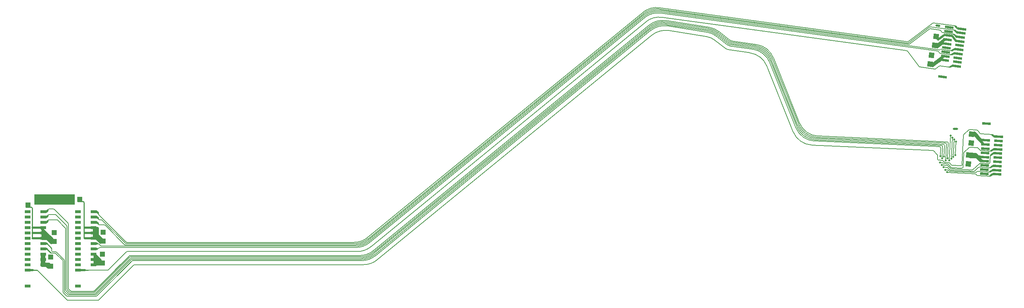
<source format=gbr>
*
G4_C Author: OrCAD GerbTool(tm) 8.1.1 Wed Jun 18 21:21:11 2003*
%LPD*%
%FSLAX34Y34*%
%MOIN*%
%AD*%
%AMD25R98*
20,1,0.025000,0.000000,-0.035000,0.000000,0.035000,98.600000*
%
%AMD10R98*
20,1,0.050000,-0.025000,0.000000,0.025000,0.000000,98.600000*
%
%AMD25R98N2*
20,1,0.025000,0.000000,-0.035000,0.000000,0.035000,98.600000*
%
%AMD10R98N2*
20,1,0.050000,-0.025000,0.000000,0.025000,0.000000,98.600000*
%
%AMD25R86*
20,1,0.025000,0.000000,-0.035000,0.000000,0.035000,86.080000*
%
%AMD10R86*
20,1,0.050000,-0.025000,0.000000,0.025000,0.000000,86.080000*
%
%AMD16R5*
20,1,0.025000,-0.035000,0.000000,0.035000,0.000000,5.450000*
%
%AMD10R5*
20,1,0.050000,-0.025000,0.000000,0.025000,0.000000,5.450000*
%
%AMD16R5N2*
20,1,0.025000,-0.035000,0.000000,0.035000,0.000000,5.450000*
%
%AMD10R5N2*
20,1,0.050000,-0.025000,0.000000,0.025000,0.000000,5.450000*
%
%AMD32R3*
20,1,0.025000,0.034920,-0.002390,-0.034920,0.002390,3.950000*
%
%AMD33R3*
20,1,0.050000,-0.001710,-0.024940,0.001710,0.024940,3.950000*
%
%AMD32R3N2*
20,1,0.025000,0.034920,-0.002390,-0.034920,0.002390,3.910000*
%
%AMD33R3N2*
20,1,0.050000,-0.001710,-0.024940,0.001710,0.024940,3.910000*
%
%AMD32R3N3*
20,1,0.025000,0.034920,-0.002390,-0.034920,0.002390,3.920000*
%
%AMD33R3N3*
20,1,0.050000,-0.001710,-0.024940,0.001710,0.024940,3.920000*
%
%AMD29R81*
20,1,0.022000,0.000000,-0.040000,0.000000,0.040000,81.800000*
%
%AMD54R81*
20,1,0.050000,-0.025000,0.000000,0.025000,0.000000,81.800000*
%
%AMD29R87*
20,1,0.022000,0.000000,-0.040000,0.000000,0.040000,87.000000*
%
%AMD54R87*
20,1,0.050000,-0.025000,0.000000,0.025000,0.000000,87.000000*
%
%AMD29R82*
20,1,0.022000,0.000000,-0.040000,0.000000,0.040000,82.200000*
%
%AMD54R82*
20,1,0.050000,-0.025000,0.000000,0.025000,0.000000,82.200000*
%
%AMD29R87N2*
20,1,0.022000,0.000000,-0.040000,0.000000,0.040000,87.400000*
%
%AMD54R87N2*
20,1,0.050000,-0.025000,0.000000,0.025000,0.000000,87.400000*
%
%ADD10R,0.050000X0.050000*%
%ADD11C,0.006000*%
%ADD12C,0.019000*%
%ADD13C,0.007900*%
%ADD14C,0.005000*%
%ADD15C,0.000800*%
%ADD16R,0.070000X0.025000*%
%ADD17R,0.068000X0.023000*%
%ADD18C,0.006000*%
%ADD19C,0.009800*%
%ADD20C,0.010000*%
%ADD21C,0.030000*%
%ADD22C,0.060000*%
%ADD23C,0.035000*%
%ADD24C,0.055000*%
%ADD25R,0.025000X0.070000*%
%ADD26C,0.010000*%
%ADD27R,0.029000X0.058000*%
%ADD28R,0.031000X0.060000*%
%ADD29R,0.022000X0.080000*%
%ADD30R,0.024000X0.082000*%
%ADD31D10R98N2*%
%ADD32D25R86*%
%ADD33D10R86*%
%ADD34D16R5*%
%ADD35D10R5*%
%ADD36D16R5N2*%
%ADD37D10R5N2*%
%ADD38D25R98N2*%
%ADD39D10R98N2*%
%ADD40D25R86*%
%ADD41D10R86*%
%ADD42D16R5*%
%ADD43D10R5*%
%ADD44D16R5N2*%
%ADD45D10R5N2*%
%ADD46D32R3*%
%ADD47D33R3*%
%ADD48R,0.070000X0.025000*%
%ADD49D33R3N2*%
%ADD50C,0.011000*%
%ADD51C,0.036000*%
%ADD52C,0.015000*%
%ADD53R,0.070000X0.025000*%
%ADD54R,0.050000X0.050000*%
%ADD55C,0.010000*%
%ADD56D29R81*%
%ADD57D54R81*%
%ADD58D29R87*%
%ADD59D54R87*%
%ADD60D29R82*%
%ADD61D54R82*%
%ADD62D29R87N2*%
%ADD63D54R87N2*%
%ADD256R,0.058000X0.029000*%
G4_C OrCAD GerbTool Tool List *
G4_D50 1 0.0110 T 0 0*
G4_D51 3 0.0360 T 0 0*
G4_D52 2 0.0150 T 0 0*
G54D10*
G1X5969Y9815D2*
G1X2650Y9815D1*
G1X2650Y10272D2*
G1X5969Y10272D1*
G54D54*
G1X6672Y10047D3*
G1X7969Y5876D2*
G54D20*
G1X8218Y5875D1*
G1X7968Y5376D2*
G1X8218Y5376D1*
G1X7743Y5376D2*
G54D11*
G1X8356Y5376D1*
G75*
G3X8426Y5404I0J100D1*
G74*
G1X9074Y7605D2*
G75*
G3X9003Y7635I-71J-71D1*
G74*
G1X11498Y4350D2*
G1X10031Y2883D1*
G1X9395Y3405D2*
G75*
G2X9326Y3376I-71J71D1*
G74*
G1X8206Y5876D2*
G1X7743Y5876D1*
G1X8637Y5965D2*
G54D12*
G1X8029Y6573D1*
G1X8635Y6179D2*
G1X8027Y6786D1*
G1X8748Y6259D2*
G1X8140Y6867D1*
G1X8029Y6432D2*
G1X8029Y7292D1*
G1X8219Y6485D2*
G1X8218Y7345D1*
G1X8376Y6485D2*
G1X8376Y7345D1*
G1X7506Y6877D2*
G1X8366Y6877D1*
G1X8952Y6100D2*
G1X8344Y6709D1*
G1X8663Y4301D2*
G1X8055Y4909D1*
G1X8699Y4110D2*
G1X8091Y4718D1*
G1X8091Y3904D2*
G1X8090Y4764D1*
G1X8594Y4027D2*
G1X8244Y4027D1*
G1X8563Y4153D2*
G1X8213Y4153D1*
G1X8551Y4340D2*
G1X8201Y4340D1*
G1X8533Y4423D2*
G1X8183Y4424D1*
G1X7466Y3377D2*
G54D20*
G1X7069Y3377D1*
G1X7168Y3377D2*
G54D12*
G1X6619Y3377D1*
G1X11116Y5997D2*
G75*
G54D11*
G2X11046Y6026I0J100D1*
G74*
G1X10974Y5906D2*
G75*
G3X11044Y5877I71J71D1*
G74*
G1X10963Y5757D2*
G75*
G2X10893Y5786I0J100D1*
G74*
G1X11098Y5108D2*
G1X9395Y3405D1*
G1X11168Y5137D2*
G75*
G3X11098Y5108I0J-100D1*
G74*
G1X11339Y4728D2*
G1X9992Y3382D1*
G1X11409Y4757D2*
G75*
G3X11339Y4728I0J-100D1*
G74*
G1X11397Y4608D2*
G75*
G2X11467Y4637I71J-71D1*
G74*
G1X11524Y4517D2*
G75*
G3X11454Y4488I0J-100D1*
G74*
G1X11516Y4368D2*
G75*
G2X11586Y4397I71J-71D1*
G74*
G1X11591Y4248D2*
G1X10182Y2837D1*
G1X11662Y4277D2*
G75*
G3X11591Y4248I0J-100D1*
G74*
G1X11787Y3868D2*
G75*
G2X11857Y3897I71J-71D1*
G74*
G1X8291Y947D2*
G1X11501Y4160D1*
G1X8221Y918D2*
G75*
G3X8291Y947I0J100D1*
G74*
G1X11516Y4368D2*
G1X8217Y1067D1*
G75*
G2X8147Y1038I-71J71D1*
G74*
G1X8154Y1187D2*
G1X11454Y4488D1*
G1X8084Y1158D2*
G75*
G3X8154Y1187I0J100D1*
G74*
G1X11397Y4608D2*
G1X8097Y1307D1*
G75*
G2X8027Y1278I-71J71D1*
G74*
G1X8039Y1427D2*
G1X11170Y4559D1*
G1X7969Y1398D2*
G75*
G3X8039Y1427I0J100D1*
G74*
G1X7785Y6375D2*
G54D12*
G1X7135Y6375D1*
G1X7783Y6876D2*
G1X7134Y6876D1*
G1X7785Y7375D2*
G1X7136Y7375D1*
G1X9326Y3376D2*
G54D11*
G1X7465Y3376D1*
G1X8486Y567D2*
G1X11787Y3868D1*
G1X8416Y538D2*
G75*
G3X8486Y567I0J100D1*
G74*
G1X8426Y5404D2*
G1X8508Y5487D1*
G75*
G2X8579Y5517I71J-70D1*
G74*
G54D256*
G1X7977Y3874D3*
G1X7978Y4375D3*
G1X7976Y4875D3*
G1X7976Y5375D3*
G1X7977Y5874D3*
G1X7977Y6374D3*
G1X7977Y6874D3*
G1X7976Y7375D3*
G1X7976Y7875D3*
G1X7976Y8376D3*
G1X7977Y8876D3*
G1X6508Y8877D3*
G1X6507Y8377D3*
G1X6506Y7876D3*
G1X6506Y7377D3*
G1X6506Y6877D3*
G1X6506Y6376D3*
G1X6507Y5876D3*
G1X6507Y5377D3*
G1X6506Y4876D3*
G1X6507Y4377D3*
G1X6506Y3877D3*
G1X6507Y3377D3*
G1X6505Y1877D3*
G1X8320Y7771D2*
G54D11*
G1X8446Y7772D1*
G1X8260Y7982D2*
G1X8390Y7875D1*
G1X8313Y7832D2*
G1X8439Y7832D1*
G1X8220Y7771D2*
G1X8345Y7771D1*
G1X8316Y7799D2*
G1X8442Y7799D1*
G1X8315Y7830D2*
G1X8445Y7724D1*
G1X8317Y7822D2*
G1X8318Y7930D1*
G1X8265Y7876D2*
G1X8390Y7875D1*
G1X8356Y7876D2*
G75*
G2X8456Y7776I0J-100D1*
G74*
G1X8456Y7721D1*
G1X8390Y7875D2*
G1X8260Y7770D1*
G1X8390Y7875D2*
G1X8266Y7876D1*
G1X8456Y7735D2*
G1X8456Y7679D1*
G1X8479Y7657D2*
G1X8280Y7818D1*
G1X8541Y7635D2*
G75*
G2X8479Y7657I0J101D1*
G74*
G1X8259Y8483D2*
G1X8388Y8376D1*
G1X8258Y8270D1*
G1X8278Y8300D2*
G1X8279Y8454D1*
G1X8316Y8322D2*
G1X8315Y8431D1*
G1X8263Y8377D2*
G1X8388Y8376D1*
G1X8245Y8271D2*
G1X8370Y8272D1*
G1X8319Y8323D2*
G1X8318Y8431D1*
G1X8266Y8377D2*
G1X8391Y8377D1*
G1X8310Y8297D2*
G1X8436Y8297D1*
G1X8262Y8483D2*
G1X8391Y8377D1*
G1X8457Y8277D2*
G1X8457Y8222D1*
G1X8316Y8322D2*
G1X8445Y8217D1*
G1X8281Y8300D2*
G1X8282Y8453D1*
G1X8357Y8376D2*
G75*
G2X8457Y8277I0J-100D1*
G74*
G1X8306Y8332D2*
G1X8431Y8332D1*
G1X8389Y8377D2*
G1X8259Y8270D1*
G1X8458Y8233D2*
G1X8458Y8178D1*
G1X8324Y8350D2*
G1X8454Y8244D1*
G1X8298Y8305D2*
G1X8488Y8151D1*
G75*
G3X8552Y8128I63J79D1*
G74*
G1X8259Y8982D2*
G1X8389Y8876D1*
G1X8259Y8770D1*
G1X8317Y8822D2*
G1X8316Y8930D1*
G1X8265Y8876D2*
G1X8389Y8876D1*
G1X8260Y8771D2*
G1X8385Y8771D1*
G1X8321Y8823D2*
G1X8320Y8931D1*
G1X8299Y8830D2*
G1X8424Y8831D1*
G1X8303Y8792D2*
G1X8427Y8792D1*
G1X8456Y8720D2*
G1X8326Y8826D1*
G1X8358Y8877D2*
G75*
G2X8458Y8777I0J-100D1*
G74*
G1X8331Y8818D2*
G1X8459Y8689D1*
G1X8392Y8877D2*
G1X8262Y8771D1*
G1X8268Y8876D2*
G1X8392Y8877D1*
G1X8393Y8877D2*
G1X8263Y8982D1*
G1X8449Y8761D2*
G1X8319Y8867D1*
G1X8460Y8724D2*
G1X8459Y8669D1*
G1X8434Y8786D2*
G1X8305Y8892D1*
G1X8269Y8876D2*
G1X8393Y8877D1*
G1X11046Y6026D2*
G1X8487Y8584D1*
G1X8458Y8655D2*
G1X8458Y8777D1*
G1X8487Y8584D2*
G75*
G2X8458Y8655I71J71D1*
G74*
G1X8276Y8803D2*
G1X8276Y8926D1*
G1X8460Y8663D2*
G1X8281Y8808D1*
G1X10974Y5906D2*
G1X8782Y8099D1*
G1X8712Y8128D2*
G1X8552Y8128D1*
G1X8782Y8099D2*
G75*
G3X8712Y8128I-71J-71D1*
G74*
G1X10893Y5786D2*
G1X9073Y7606D1*
G1X9003Y7635D2*
G1X8541Y7635D1*
G1X9073Y7606D2*
G75*
G3X9003Y7635I-71J-71D1*
G74*
G1X8173Y7919D2*
G1X8299Y7919D1*
G1X8300Y5377D2*
G54D12*
G1X7950Y5377D1*
G1X8325Y5868D2*
G1X7975Y5868D1*
G1X8428Y5864D2*
G54D11*
G1X8303Y5864D1*
G1X8498Y5835D2*
G75*
G3X8428Y5864I-70J-71D1*
G74*
G1X8670Y5666D2*
G1X8498Y5835D1*
G1X8740Y5637D2*
G75*
G2X8670Y5666I0J100D1*
G74*
G1X7823Y3902D2*
G54D12*
G1X8583Y3902D1*
G1X7732Y6348D2*
G1X8502Y6348D1*
G1X8375Y7346D2*
G1X7859Y7346D1*
G54D54*
G1X8815Y4056D3*
G1X8814Y4896D3*
G1X8892Y6120D3*
G1X8891Y6960D3*
G1X2297Y3376D2*
G54D12*
G1X1747Y3376D1*
G54D54*
G1X1800Y9509D3*
G1X1605Y9311D2*
G54D19*
G1X2116Y9311D1*
G75*
G2X2216Y9211I0J-100D1*
G74*
G1X2216Y6374D1*
G1X3097Y5876D2*
G54D20*
G1X3348Y5876D1*
G1X3097Y5376D2*
G1X3347Y5376D1*
G1X3017Y7387D2*
G54D12*
G1X4101Y6302D1*
G1X3178Y6401D2*
G1X3178Y6860D1*
G1X3185Y6749D2*
G1X3184Y7208D1*
G1X3791Y3794D2*
G1X3115Y3795D1*
G1X3803Y3979D2*
G1X3128Y3979D1*
G1X5899Y1397D2*
G75*
G54D11*
G2X5829Y1426I0J100D1*
G74*
G1X5729Y1306D2*
G75*
G3X5800Y1277I71J71D1*
G74*
G1X5703Y1157D2*
G75*
G2X5633Y1186I0J100D1*
G74*
G1X5557Y1066D2*
G75*
G3X5627Y1037I71J71D1*
G74*
G1X5528Y917D2*
G75*
G2X5458Y946I0J100D1*
G74*
G1X5144Y1260D2*
G75*
G2X5115Y1330I71J71D1*
G74*
G1X5264Y1359D2*
G75*
G2X5235Y1429I71J71D1*
G74*
G1X5384Y1435D2*
G75*
G2X5355Y1505I71J71D1*
G74*
G1X5504Y1533D2*
G75*
G2X5475Y1603I71J71D1*
G74*
G1X5629Y1626D2*
G75*
G2X5600Y1696I71J71D1*
G74*
G1X5115Y4234D2*
G1X5115Y1330D1*
G1X5086Y4304D2*
G75*
G2X5115Y4234I-71J-71D1*
G74*
G1X5235Y1429D2*
G1X5235Y4284D1*
G75*
G3X5206Y4354I-100J0D1*
G74*
G1X4477Y5084D1*
G1X4406Y5113D2*
G75*
G2X4477Y5084I0J-100D1*
G74*
G1X5355Y1505D2*
G1X5355Y7280D1*
G75*
G3X5326Y7350I-100J0D1*
G74*
G1X5475Y7501D2*
G1X5475Y1603D1*
G1X5446Y7571D2*
G75*
G2X5475Y7501I-71J-71D1*
G74*
G1X5600Y1696D2*
G1X5600Y7733D1*
G75*
G3X5571Y7803I-100J0D1*
G74*
G1X5326Y7350D2*
G1X4574Y8102D1*
G75*
G3X4504Y8131I-71J-71D1*
G74*
G1X4413Y8602D2*
G1X5446Y7571D1*
G1X4343Y8631D2*
G75*
G2X4413Y8602I0J-100D1*
G74*
G1X5571Y7803D2*
G1X4267Y9107D1*
G75*
G3X4197Y9136I-71J-71D1*
G74*
G1X2197Y3375D2*
G54D20*
G1X2694Y3375D1*
G1X5564Y537D2*
G75*
G54D11*
G2X5494Y566I0J100D1*
G74*
G54D256*
G1X3238Y3872D3*
G1X3239Y4373D3*
G1X3237Y4873D3*
G1X3237Y5373D3*
G1X3238Y5872D3*
G1X3238Y6372D3*
G1X3238Y6872D3*
G1X3237Y7373D3*
G1X1768Y8875D3*
G1X1767Y8375D3*
G1X1766Y7874D3*
G1X1766Y7375D3*
G1X1766Y6875D3*
G1X1766Y6374D3*
G1X1767Y5874D3*
G1X1767Y5375D3*
G1X1766Y4874D3*
G1X1767Y4375D3*
G1X1766Y3875D3*
G1X1767Y3375D3*
G1X1766Y1874D3*
G1X3503Y8771D2*
G54D11*
G1X3633Y8877D1*
G1X3504Y8983D1*
G1X3523Y8954D2*
G1X3523Y8800D1*
G1X3561Y8930D2*
G1X3560Y8823D1*
G1X3508Y8877D2*
G1X3633Y8877D1*
G1X3502Y8271D2*
G1X3633Y8377D1*
G1X3502Y8482D1*
G1X3522Y8454D2*
G1X3523Y8299D1*
G1X3560Y8431D2*
G1X3559Y8323D1*
G1X3507Y8377D2*
G1X3633Y8377D1*
G1X3504Y8982D2*
G1X3629Y8982D1*
G1X3505Y8965D2*
G1X3506Y8810D1*
G1X3565Y8930D2*
G1X3564Y8821D1*
G1X3543Y8922D2*
G1X3668Y8922D1*
G1X3546Y8961D2*
G1X3672Y8961D1*
G1X3700Y9033D2*
G1X3571Y8927D1*
G1X3703Y8976D2*
G1X3703Y9035D1*
G1X3602Y8876D2*
G75*
G3X3703Y8976I0J100D1*
G74*
G1X3575Y8934D2*
G1X3704Y9064D1*
G1X3636Y8876D2*
G1X3506Y8982D1*
G1X3511Y8876D2*
G1X3636Y8876D1*
G1X3637Y8876D2*
G1X3507Y8769D1*
G1X3527Y8953D2*
G1X3527Y8799D1*
G1X3694Y8992D2*
G1X3564Y8886D1*
G1X3703Y9028D2*
G1X3703Y9084D1*
G1X3678Y8967D2*
G1X3548Y8860D1*
G1X3489Y8482D2*
G1X3614Y8482D1*
G1X3563Y8430D2*
G1X3562Y8323D1*
G1X3510Y8377D2*
G1X3635Y8377D1*
G1X3554Y8457D2*
G1X3679Y8456D1*
G1X3505Y8466D2*
G1X3506Y8312D1*
G1X3505Y8271D2*
G1X3635Y8377D1*
G1X3701Y8477D2*
G1X3701Y8532D1*
G1X3560Y8431D2*
G1X3690Y8536D1*
G1X3525Y8454D2*
G1X3526Y8300D1*
G1X3601Y8377D2*
G75*
G3X3701Y8477I0J100D1*
G74*
G1X3550Y8422D2*
G1X3676Y8422D1*
G1X3634Y8377D2*
G1X3503Y8482D1*
G1X3702Y8521D2*
G1X3702Y8576D1*
G1X3569Y8404D2*
G1X3699Y8510D1*
G1X3542Y8449D2*
G1X3672Y8555D1*
G1X3512Y8876D2*
G1X3637Y8876D1*
G1X3565Y7982D2*
G1X3691Y7982D1*
G1X3506Y7772D2*
G1X3636Y7878D1*
G1X3525Y7955D2*
G1X3526Y7800D1*
G1X3558Y7922D2*
G1X3684Y7922D1*
G1X3465Y7983D2*
G1X3590Y7983D1*
G1X3561Y7955D2*
G1X3687Y7955D1*
G1X3560Y7924D2*
G1X3690Y8030D1*
G1X3563Y7932D2*
G1X3562Y7824D1*
G1X3510Y7878D2*
G1X3636Y7878D1*
G1X3602Y7878D2*
G75*
G3X3701Y7978I0J100D1*
G74*
G1X3701Y8033D1*
G1X3636Y7878D2*
G1X3505Y7983D1*
G1X3636Y7878D2*
G1X3510Y7878D1*
G1X3700Y8019D2*
G1X3700Y8074D1*
G54D256*
G1X3237Y7873D3*
G1X3237Y8374D3*
G1X3237Y8874D3*
G1X3525Y7936D2*
G54D11*
G1X3736Y8109D1*
G1X3800Y8131D2*
G1X4504Y8131D1*
G1X3736Y8109D2*
G75*
G2X3800Y8131I63J-78D1*
G74*
G1X3601Y8496D2*
G1X3741Y8609D1*
G1X3804Y8631D2*
G1X4343Y8631D1*
G1X3741Y8609D2*
G75*
G2X3804Y8631I63J-78D1*
G74*
G1X3557Y8967D2*
G1X3736Y9114D1*
G1X3800Y9136D2*
G1X4197Y9136D1*
G1X3736Y9114D2*
G75*
G2X3800Y9136I63J-78D1*
G74*
G1X3066Y6875D2*
G54D12*
G1X2262Y6875D1*
G1X3066Y6374D2*
G1X2262Y6374D1*
G1X3066Y7375D2*
G1X2262Y7375D1*
G1X3817Y6322D2*
G1X3142Y6322D1*
G1X3858Y6507D2*
G1X3183Y6507D1*
G1X5086Y4304D2*
G54D11*
G1X4429Y4961D1*
G75*
G3X4359Y4990I-71J-71D1*
G74*
G1X3197Y5376D2*
G54D12*
G1X3577Y5376D1*
G1X3577Y5876D2*
G1X3197Y5876D1*
G1X3604Y5876D2*
G54D19*
G1X4028Y5452D1*
G1X4359Y4990D2*
G54D11*
G1X4023Y4990D1*
G1X3953Y5019D2*
G54D19*
G1X3597Y5375D1*
G1X4023Y4990D2*
G75*
G54D11*
G2X3953Y5019I0J100D1*
G74*
G1X4406Y5113D2*
G1X4142Y5113D1*
G1X4042Y5213D2*
G1X4042Y5450D1*
G1X4142Y5113D2*
G75*
G2X4042Y5213I0J100D1*
G74*
G54D54*
G1X3950Y3766D3*
G1X3949Y4606D3*
G1X4269Y6070D3*
G1X4268Y6910D3*
G1X4013Y6322D2*
G54D12*
G1X3338Y6322D1*
G1X3737Y6653D2*
G1X3187Y6653D1*
G1X3541Y6392D2*
G1X4019Y5915D1*
G1X3608Y6538D2*
G1X4085Y6061D1*
G1X3127Y3837D2*
G1X3127Y4836D1*
G1X3237Y3874D2*
G1X3237Y4836D1*
G1X3354Y3797D2*
G1X3354Y4836D1*
G1X3223Y4088D2*
G1X3700Y3611D1*
G1X7969Y1398D2*
G54D11*
G1X5898Y1398D1*
G1X5828Y1427D2*
G1X5629Y1626D1*
G1X5898Y1398D2*
G75*
G2X5828Y1427I0J100D1*
G74*
G1X8027Y1278D2*
G1X5798Y1278D1*
G1X5727Y1308D2*
G1X5504Y1533D1*
G1X5798Y1278D2*
G75*
G2X5727Y1308I0J100D1*
G74*
G1X8084Y1158D2*
G1X5702Y1158D1*
G1X5632Y1187D2*
G1X5384Y1435D1*
G1X5702Y1158D2*
G75*
G2X5632Y1187I0J100D1*
G74*
G1X8147Y1038D2*
G1X5626Y1038D1*
G1X5556Y1067D2*
G1X5264Y1359D1*
G1X5626Y1038D2*
G75*
G2X5556Y1067I0J100D1*
G74*
G1X8221Y918D2*
G1X5527Y918D1*
G1X5457Y947D2*
G1X5144Y1260D1*
G1X5527Y918D2*
G75*
G2X5457Y947I0J100D1*
G74*
G1X8416Y538D2*
G1X5563Y538D1*
G1X5493Y567D2*
G1X2714Y3347D1*
G1X5563Y538D2*
G75*
G2X5493Y567I0J100D1*
G74*
G1X7087Y6376D2*
G54D19*
G1X7087Y9746D1*
G1X6987Y9846D2*
G1X6473Y9846D1*
G1X7087Y9746D2*
G75*
G3X6987Y9846I-100J0D1*
G74*
G1X11857Y3897D2*
G54D11*
G1X33394Y3897D1*
G75*
G3X34661Y4350I0J2001D1*
G74*
G1X33209Y4277D2*
G1X11662Y4277D1*
G1X34475Y4730D2*
G75*
G2X33209Y4277I-1267J1549D1*
G74*
G1X11586Y4397D2*
G1X33166Y4397D1*
G75*
G3X34432Y4850I0J2001D1*
G74*
G1X33123Y4517D2*
G1X11524Y4517D1*
G1X34390Y4970D2*
G75*
G2X33123Y4517I-1267J1549D1*
G74*
G1X11467Y4637D2*
G1X33080Y4637D1*
G75*
G3X34346Y5090I0J2001D1*
G74*
G1X33037Y4757D2*
G1X11409Y4757D1*
G1X34304Y5210D2*
G75*
G2X33037Y4757I-1267J1549D1*
G74*
G1X11168Y5137D2*
G1X32807Y5137D1*
G75*
G3X34074Y5590I0J2001D1*
G74*
G1X32668Y5517D2*
G1X8579Y5517D1*
G1X33934Y5970D2*
G75*
G2X32668Y5517I-1267J1549D1*
G74*
G1X8740Y5637D2*
G1X32624Y5637D1*
G75*
G3X33891Y6090I0J2001D1*
G74*
G1X32582Y5757D2*
G1X10963Y5757D1*
G1X33849Y6210D2*
G75*
G2X32582Y5757I-1267J1549D1*
G74*
G1X11044Y5877D2*
G1X32539Y5877D1*
G75*
G3X33806Y6330I0J2001D1*
G74*
G1X32495Y5997D2*
G1X11116Y5997D1*
G1X33762Y6450D2*
G75*
G2X32495Y5997I-1267J1549D1*
G74*
G1X60511Y25507D2*
G1X34661Y4350D1*
G1X62084Y25936D2*
G75*
G3X60511Y25507I-306J-1977D1*
G74*
G1X34475Y4730D2*
G1X60392Y25942D1*
G75*
G2X61965Y26371I1272J-1555D1*
G74*
G1X34432Y4850D2*
G1X60357Y26069D1*
G75*
G2X61930Y26498I1272J-1555D1*
G74*
G1X60323Y26196D2*
G1X34390Y4970D1*
G1X61895Y26625D2*
G75*
G3X60323Y26196I-306J-1977D1*
G74*
G1X34346Y5090D2*
G1X60288Y26323D1*
G75*
G2X61861Y26752I1272J-1555D1*
G74*
G1X60254Y26450D2*
G1X34304Y5210D1*
G1X61826Y26878D2*
G75*
G3X60254Y26450I-306J-1977D1*
G74*
G1X61826Y26878D2*
G1X65868Y26253D1*
G75*
G2X66799Y25848I-307J-1982D1*
G74*
G1X61895Y26625D2*
G1X65769Y26025D1*
G75*
G2X66700Y25620I-307J-1982D1*
G74*
G1X61965Y26371D2*
G1X65670Y25798D1*
G75*
G2X66601Y25393I-307J-1982D1*
G74*
G1X65565Y25397D2*
G1X62084Y25936D1*
G1X66495Y24992D2*
G75*
G3X65565Y25397I-1229J-1563D1*
G74*
G1X66799Y25848D2*
G1X67808Y25054D1*
G75*
G3X68046Y24952I308J391D1*
G74*
G1X66700Y25620D2*
G1X67710Y24826D1*
G75*
G3X67948Y24724I308J391D1*
G74*
G1X66601Y25393D2*
G1X67612Y24597D1*
G75*
G3X67850Y24496I308J391D1*
G74*
G1X66495Y24992D2*
G1X67457Y24236D1*
G75*
G3X67695Y24134I308J391D1*
G74*
G1X67661Y24711D2*
G75*
G3X67899Y24609I308J391D1*
G74*
G1X67996Y24838D2*
G75*
G2X67759Y24940I72J497D1*
G74*
G1X61930Y26498D2*
G1X65719Y25912D1*
G1X66650Y25507D2*
G1X67661Y24711D1*
G1X65719Y25912D2*
G75*
G2X66650Y25507I-307J-1982D1*
G74*
G1X67759Y24940D2*
G1X66749Y25734D1*
G1X65818Y26139D2*
G1X61861Y26752D1*
G1X66749Y25734D2*
G75*
G3X65818Y26139I-1229J-1563D1*
G74*
G1X69747Y23838D2*
G1X67695Y24134D1*
G1X71318Y22601D2*
G75*
G3X69747Y23838I-1851J-740D1*
G74*
G1X67850Y24496D2*
G1X70018Y24183D1*
G75*
G2X71590Y22947I-285J-1976D1*
G74*
G1X70104Y24292D2*
G1X67899Y24609D1*
G1X71676Y23055D2*
G75*
G3X70104Y24292I-1852J-739D1*
G74*
G1X67948Y24724D2*
G1X70188Y24401D1*
G75*
G2X71760Y23164I-285J-1975D1*
G74*
G1X70276Y24509D2*
G1X67996Y24838D1*
G1X71847Y23272D2*
G75*
G3X70276Y24509I-1851J-739D1*
G74*
G1X68046Y24952D2*
G1X70361Y24618D1*
G75*
G2X71933Y23381I-285J-1976D1*
G74*
G1X87632Y23133D2*
G54D12*
G1X87297Y22879D1*
G1X87364Y22926D2*
G1X87030Y22672D1*
G1X87251Y22837D2*
G1X86917Y22583D1*
G1X87615Y23316D2*
G1X87280Y23063D1*
G1X87933Y23479D2*
G1X87598Y23225D1*
G1X87868Y23508D2*
G1X87533Y23254D1*
G1X87589Y22602D2*
G75*
G54D11*
G3X87515Y22583I-14J-99D1*
G74*
G1X88058Y25041D2*
G54D12*
G1X87723Y24787D1*
G1X87896Y24760D2*
G1X87561Y24506D1*
G1X87684Y24601D2*
G1X87349Y24347D1*
G1X87979Y25071D2*
G1X87645Y24817D1*
G1X87991Y25064D2*
G1X87657Y24810D1*
G1X87746Y24888D2*
G1X87412Y24634D1*
G1X87636Y24737D2*
G1X87302Y24483D1*
G1X87618Y24795D2*
G1X87284Y24541D1*
G1X87858Y25747D2*
G75*
G54D11*
G2X87791Y25786I14J99D1*
G74*
G1X87673Y25942D1*
G75*
G3X87607Y25981I-80J-61D1*
G74*
G1X87637Y23790D2*
G75*
G2X87571Y23829I14J99D1*
G74*
G1X88529Y24063D2*
G1X87702Y24177D1*
G1X87628Y24157D2*
G1X87577Y24120D1*
G1X87702Y24177D2*
G75*
G3X87628Y24157I-14J-99D1*
G74*
G1X87183Y22332D2*
G1X87515Y22583D1*
G1X87109Y22312D2*
G75*
G3X87183Y22332I14J99D1*
G74*
G1X88021Y25530D2*
G54D12*
G1X87686Y25276D1*
G1X87842Y25394D2*
G1X87507Y25140D1*
G1X87503Y25139D2*
G1X87249Y25472D1*
G54D60*
G1X89187Y22582D3*
G1X89241Y22973D3*
G1X89294Y23362D3*
G1X89348Y23753D3*
G1X89401Y24143D3*
G1X89455Y24534D3*
G1X89508Y24922D3*
G1X89561Y25313D3*
G1X89615Y25703D3*
G1X89668Y26092D3*
G1X87838Y21576D3*
G1X88052Y23135D3*
G1X88105Y23525D3*
G1X88159Y23915D3*
G1X88212Y24306D3*
G1X88266Y24696D3*
G1X88319Y25085D3*
G1X88373Y25476D3*
G1X88426Y25865D3*
G1X88479Y26255D3*
G1X88891Y23730D2*
G54D11*
G1X88768Y23747D1*
G1X88742Y23719D2*
G1X88885Y23807D1*
G1X88760Y23742D2*
G1X88903Y23829D1*
G1X88735Y23736D2*
G1X88727Y23677D1*
G1X88866Y23760D2*
G1X88722Y23649D1*
G1X88768Y23657D2*
G1X88818Y23688D1*
G1X88702Y23644D2*
G75*
G3X88768Y23657I14J100D1*
G74*
G1X88771Y23658D2*
G1X88880Y23725D1*
G1X88704Y23644D2*
G75*
G3X88771Y23658I14J99D1*
G74*
G1X88669Y23649D2*
G1X88813Y23737D1*
G1X89004Y25590D2*
G1X87858Y25747D1*
G1X88130Y24118D2*
G1X88790Y24028D1*
G1X87637Y23790D2*
G1X88737Y23639D1*
G1X88661Y23654D2*
G1X88803Y23735D1*
G1X88963Y23725D2*
G1X88839Y23742D1*
G1X88819Y23799D2*
G1X88962Y23887D1*
G1X88928Y23843D2*
G1X88918Y23770D1*
G1X88730Y23745D2*
G1X88873Y23832D1*
G1X88598Y23665D2*
G1X88741Y23753D1*
G1X88945Y24119D2*
G1X88821Y24136D1*
G1X88795Y24109D2*
G1X88938Y24196D1*
G1X88813Y24131D2*
G1X88956Y24219D1*
G1X88788Y24126D2*
G1X88780Y24066D1*
G1X88920Y24149D2*
G1X88775Y24039D1*
G1X88822Y24046D2*
G1X88871Y24077D1*
G1X88755Y24033D2*
G75*
G3X88822Y24046I14J100D1*
G74*
G1X88824Y24047D2*
G1X88933Y24114D1*
G1X88757Y24033D2*
G75*
G3X88824Y24047I14J99D1*
G74*
G1X88723Y24039D2*
G1X88866Y24126D1*
G1X88714Y24043D2*
G1X88857Y24124D1*
G1X89016Y24115D2*
G1X88892Y24132D1*
G1X88873Y24189D2*
G1X89016Y24276D1*
G1X88982Y24232D2*
G1X88971Y24159D1*
G1X88783Y24134D2*
G1X88927Y24222D1*
G1X88651Y24055D2*
G1X88794Y24142D1*
G1X89182Y25848D2*
G1X89058Y25865D1*
G1X89040Y25899D2*
G1X89155Y25776D1*
G1X89052Y25872D2*
G1X89166Y25749D1*
G1X89029Y25884D2*
G1X89037Y25944D1*
G1X89149Y25826D2*
G1X89040Y25972D1*
G1X89083Y25952D2*
G1X89122Y25909D1*
G1X89022Y25982D2*
G75*
G2X89083Y25952I-14J-100D1*
G74*
G1X89085Y25950D2*
G1X89172Y25857D1*
G1X89024Y25982D2*
G75*
G2X89085Y25950I-14J-99D1*
G74*
G1X88990Y25986D2*
G1X89104Y25863D1*
G1X88980Y25984D2*
G1X89095Y25867D1*
G1X89251Y25834D2*
G1X89127Y25851D1*
G1X89092Y25801D2*
G1X89207Y25678D1*
G1X89187Y25729D2*
G1X89197Y25803D1*
G1X89022Y25876D2*
G1X89136Y25753D1*
G1X88916Y25990D2*
G1X89031Y25867D1*
G1X89128Y25458D2*
G1X89004Y25475D1*
G1X88987Y25509D2*
G1X89101Y25386D1*
G1X88998Y25482D2*
G1X89113Y25359D1*
G1X88976Y25494D2*
G1X88984Y25553D1*
G1X89096Y25436D2*
G1X88987Y25581D1*
G1X89029Y25561D2*
G1X89069Y25518D1*
G1X88969Y25592D2*
G75*
G2X89029Y25561I-14J-100D1*
G74*
G1X89031Y25560D2*
G1X89118Y25466D1*
G1X88971Y25591D2*
G75*
G2X89031Y25560I-14J-99D1*
G74*
G1X88936Y25595D2*
G1X89050Y25473D1*
G1X88927Y25593D2*
G1X89042Y25477D1*
G1X89198Y25443D2*
G1X89074Y25460D1*
G1X89039Y25411D2*
G1X89153Y25288D1*
G1X89133Y25339D2*
G1X89143Y25412D1*
G1X88968Y25486D2*
G1X89083Y25363D1*
G1X88863Y25599D2*
G1X88977Y25477D1*
G1X89235Y26238D2*
G1X89111Y26255D1*
G1X89094Y26288D2*
G1X89208Y26166D1*
G1X89105Y26261D2*
G1X89219Y26139D1*
G1X89082Y26274D2*
G1X89091Y26333D1*
G1X89203Y26216D2*
G1X89093Y26361D1*
G1X89136Y26341D2*
G1X89176Y26298D1*
G1X89076Y26371D2*
G75*
G2X89136Y26341I-14J-100D1*
G74*
G1X89138Y26340D2*
G1X89225Y26246D1*
G1X89078Y26371D2*
G75*
G2X89138Y26340I-14J-99D1*
G74*
G1X89043Y26375D2*
G1X89157Y26252D1*
G1X89034Y26373D2*
G1X89149Y26256D1*
G1X89305Y26223D2*
G1X89181Y26240D1*
G1X89147Y26190D2*
G1X89261Y26067D1*
G1X89240Y26119D2*
G1X89250Y26192D1*
G1X89075Y26266D2*
G1X89190Y26143D1*
G1X88970Y26379D2*
G1X89084Y26256D1*
G1X88731Y22559D2*
G1X88607Y22576D1*
G1X88581Y22548D2*
G1X88724Y22636D1*
G1X88599Y22571D2*
G1X88743Y22658D1*
G1X88574Y22565D2*
G1X88566Y22506D1*
G1X88706Y22589D2*
G1X88562Y22478D1*
G1X88608Y22486D2*
G1X88658Y22517D1*
G1X88542Y22473D2*
G75*
G3X88608Y22486I14J100D1*
G74*
G1X88610Y22487D2*
G1X88719Y22553D1*
G1X88544Y22473D2*
G75*
G3X88610Y22487I14J99D1*
G74*
G1X88509Y22478D2*
G1X88652Y22566D1*
G1X88501Y22483D2*
G1X88643Y22564D1*
G1X88802Y22554D2*
G1X88678Y22571D1*
G1X88659Y22628D2*
G1X88802Y22716D1*
G1X88768Y22672D2*
G1X88758Y22599D1*
G1X88570Y22575D2*
G1X88713Y22662D1*
G1X88438Y22494D2*
G1X88581Y22582D1*
G1X88576Y22467D2*
G1X87589Y22602D1*
G1X89111Y24962D2*
G54D12*
G1X88768Y25413D1*
G54D61*
G1X86691Y22771D3*
G1X86804Y23603D3*
G1X87123Y24534D3*
G1X87236Y25367D3*
G1X87315Y23090D2*
G54D12*
G1X86868Y22751D1*
G1X87109Y22312D2*
G54D11*
G1X85717Y22503D1*
G75*
G2X85650Y22541I14J99D1*
G74*
G1X84543Y24000D1*
G75*
G3X84477Y24038I-80J-61D1*
G74*
G1X87571Y23829D2*
G1X87453Y23985D1*
G75*
G3X87386Y24023I-80J-61D1*
G74*
G1X84653Y24911D2*
G75*
G2X84579Y24892I-61J80D1*
G74*
G1X84686Y24786D2*
G75*
G2X84613Y24766I-61J80D1*
G74*
G1X84722Y24659D2*
G75*
G2X84649Y24640I-61J80D1*
G74*
G1X84722Y24659D2*
G1X86606Y26089D1*
G1X86680Y26108D2*
G1X87607Y25981D1*
G1X86606Y26089D2*
G75*
G2X86680Y26108I61J-80D1*
G74*
G1X84686Y24786D2*
G1X86653Y26278D1*
G1X86726Y26298D2*
G1X89057Y25978D1*
G1X86653Y26278D2*
G75*
G2X86726Y26298I61J-80D1*
G74*
G1X84653Y24911D2*
G1X86934Y26643D1*
G1X87007Y26662D2*
G1X89111Y26374D1*
G1X86934Y26643D2*
G75*
G2X87007Y26662I61J-80D1*
G74*
G1X87555Y26382D2*
G54D12*
G1X87275Y26420D1*
G1X87444Y25089D2*
G1X87190Y25424D1*
G1X87674Y14896D2*
G75*
G54D11*
G3X87579Y15000I-100J5D1*
G74*
G54D12*
G1X88147Y13732D3*
G1X88271Y12653D2*
G54D11*
G1X88269Y12601D1*
G1X87025Y14614D2*
G75*
G3X86955Y14646I-74J-68D1*
G74*
G1X87362Y14244D2*
G1X87025Y14614D1*
G1X87388Y14172D2*
G75*
G3X87362Y14244I-100J5D1*
G74*
G54D12*
G1X88268Y12600D3*
G1X91453Y15682D2*
G1X91169Y15992D1*
G1X91227Y15935D2*
G1X90944Y16245D1*
G1X91132Y16042D2*
G1X90848Y16352D1*
G1X91149Y15782D2*
G1X90866Y16092D1*
G1X91402Y15505D2*
G1X91119Y15815D1*
G1X91686Y15288D2*
G1X91403Y15598D1*
G1X91617Y15271D2*
G1X91334Y15581D1*
G1X91527Y13729D2*
G1X91244Y14039D1*
G1X91444Y13714D2*
G1X91161Y14024D1*
G1X91457Y13719D2*
G1X91174Y14029D1*
G1X91248Y13936D2*
G1X90965Y14246D1*
G1X91145Y12282D2*
G75*
G54D11*
G2X91075Y12314I5J100D1*
G74*
G1X91287Y13067D2*
G75*
G3X91214Y13041I-5J-100D1*
G74*
G1X91335Y13428D2*
G75*
G2X91407Y13454I68J-74D1*
G74*
G1X91456Y14638D2*
G1X92167Y14606D1*
G1X91387Y14670D2*
G75*
G3X91456Y14638I74J68D1*
G74*
G1X91407Y13454D2*
G1X92204Y13418D1*
G75*
G3X92308Y13513I5J100D1*
G74*
G1X91468Y16214D2*
G75*
G2X91398Y16247I5J100D1*
G74*
G1X90451Y14954D2*
G1X91117Y14924D1*
G1X91186Y14890D2*
G1X91387Y14670D1*
G1X91117Y14924D2*
G75*
G2X91186Y14890I-5J-99D1*
G74*
G1X91398Y16247D2*
G1X91132Y16538D1*
G75*
G3X91063Y16571I-74J-68D1*
G74*
G1X89689Y12989D2*
G75*
G3X89793Y13085I5J100D1*
G74*
G1X90364Y14929D2*
G75*
G2X90436Y14954I68J-73D1*
G74*
G1X89793Y13085D2*
G1X89854Y14419D1*
G1X89886Y14488D2*
G1X90364Y14929D1*
G1X89854Y14419D2*
G75*
G2X89886Y14488I100J-5D1*
G74*
G1X90908Y14317D2*
G54D12*
G1X90489Y14337D1*
G1X91272Y14008D2*
G1X90989Y14318D1*
G1X90779Y14230D2*
G1X90359Y14249D1*
G1X91604Y14041D2*
G1X91185Y14060D1*
G1X88601Y16045D2*
G54D11*
G1X88578Y15545D1*
G1X88935Y15679D2*
G1X88912Y15180D1*
G1X88586Y15696D2*
G1X88496Y13715D1*
G1X88936Y15680D2*
G1X88862Y14049D1*
G54D12*
G1X89044Y14217D3*
G1X88861Y14050D3*
G1X88678Y13883D3*
G1X88495Y13716D3*
G1X88602Y16045D3*
G1X88769Y15862D3*
G1X88936Y15679D3*
G1X89103Y15497D3*
G1X89102Y15497D2*
G54D11*
G1X89044Y14217D1*
G1X87854Y15008D2*
G75*
G3X87759Y15112I-100J5D1*
G74*
G1X88036Y15120D2*
G75*
G3X87940Y15224I-100J5D1*
G74*
G1X88215Y15233D2*
G75*
G3X88119Y15337I-100J5D1*
G74*
G1X88395Y15344D2*
G75*
G3X88300Y15448I-100J5D1*
G74*
G1X88769Y15862D2*
G1X88679Y13882D1*
G54D12*
G1X87805Y13924D3*
G1X87805Y13924D2*
G54D11*
G1X87854Y15008D1*
G1X87892Y13698D2*
G75*
G3X87822Y13730I-74J-68D1*
G74*
G1X87469Y13746D1*
G1X87373Y13850D2*
G1X87388Y14172D1*
G1X87469Y13746D2*
G75*
G2X87373Y13850I5J100D1*
G74*
G54D12*
G1X87638Y14108D3*
G1X87638Y14108D2*
G54D11*
G1X87674Y14896D1*
G1X88147Y13732D2*
G1X88215Y15233D1*
G1X88328Y13900D2*
G1X88394Y15344D1*
G54D12*
G1X88328Y13900D3*
G1X88035Y15120D2*
G54D11*
G1X87988Y14092D1*
G54D12*
G1X87988Y14092D3*
G1X88763Y13239D2*
G75*
G54D11*
G2X88693Y13271I5J100D1*
G74*
G1X89689Y12989D2*
G1X88732Y13033D1*
G75*
G2X88662Y13065I5J100D1*
G74*
G1X88693Y13271D2*
G1X88502Y13482D1*
G75*
G3X88432Y13514I-74J-68D1*
G74*
G54D12*
G1X87940Y13078D3*
G1X88432Y13514D2*
G54D11*
G1X88084Y13530D1*
G1X88015Y13563D2*
G1X87892Y13698D1*
G1X88084Y13530D2*
G75*
G2X88015Y13563I5J100D1*
G74*
G54D12*
G1X87774Y13280D3*
G1X88671Y12916D2*
G75*
G54D11*
G2X88602Y12949I5J100D1*
G74*
G1X88350Y13224D1*
G75*
G3X88281Y13257I-74J-68D1*
G74*
G1X88540Y12681D2*
G75*
G2X88470Y12714I5J100D1*
G74*
G1X88281Y13257D2*
G1X87774Y13280D1*
G1X88662Y13065D2*
G1X88399Y13353D1*
G75*
G3X88330Y13386I-74J-68D1*
G74*
G1X88102Y12790D2*
G1X88103Y12813D1*
G54D12*
G1X88103Y12813D3*
G1X88470Y12714D2*
G54D11*
G1X88422Y12769D1*
G1X88352Y12802D2*
G1X88112Y12813D1*
G1X88422Y12769D2*
G75*
G3X88352Y12802I-75J-67D1*
G74*
G54D12*
G1X87609Y13503D3*
G1X88330Y13386D2*
G54D11*
G1X88035Y13400D1*
G75*
G2X87966Y13433I5J100D1*
G74*
G1X87610Y13504D2*
G1X87873Y13492D1*
G1X87943Y13459D2*
G1X87966Y13433D1*
G1X87873Y13492D2*
G75*
G2X87943Y13459I-5J-101D1*
G74*
G1X88615Y12798D2*
G75*
G2X88545Y12830I5J100D1*
G74*
G1X88364Y13030D1*
G1X88294Y13062D2*
G1X87940Y13078D1*
G1X88364Y13030D2*
G75*
G3X88294Y13062I-74J-68D1*
G74*
G1X88671Y12916D2*
G1X90636Y12827D1*
G1X90707Y12853D2*
G1X91335Y13428D1*
G1X90636Y12827D2*
G75*
G3X90707Y12853I5J100D1*
G74*
G1X91214Y13041D2*
G1X90869Y12725D1*
G1X90798Y12699D2*
G1X88615Y12798D1*
G1X90869Y12725D2*
G75*
G2X90798Y12699I-68J74D1*
G74*
G1X91075Y12314D2*
G1X90978Y12421D1*
G1X90909Y12454D2*
G1X88267Y12573D1*
G1X90978Y12421D2*
G75*
G3X90909Y12454I-74J-68D1*
G74*
G1X91149Y12681D2*
G75*
G3X91079Y12656I-5J-101D1*
G74*
G1X91012Y12597D1*
G1X90941Y12572D2*
G1X88540Y12681D1*
G1X91012Y12597D2*
G75*
G2X90941Y12572I-67J75D1*
G74*
G1X89578Y13202D2*
G1X88763Y13239D1*
G1X89683Y13297D2*
G75*
G2X89578Y13202I-100J5D1*
G74*
G1X89683Y13297D2*
G1X89809Y16074D1*
G75*
G2X89841Y16143I100J-5D1*
G74*
G54D62*
G1X92972Y12401D3*
G1X92990Y12795D3*
G1X93008Y13188D3*
G1X93026Y13581D3*
G1X93044Y13974D3*
G1X93062Y14367D3*
G1X93079Y14760D3*
G1X93097Y15154D3*
G1X93115Y15548D3*
G1X93133Y15940D3*
G1X91772Y12455D3*
G1X91790Y12849D3*
G1X91808Y13242D3*
G1X91826Y13635D3*
G1X91844Y14029D3*
G1X91862Y14421D3*
G1X91880Y14815D3*
G1X91898Y15208D3*
G1X91915Y15602D3*
G1X91987Y17173D3*
G1X92687Y16046D2*
G54D11*
G1X92562Y16051D1*
G1X92542Y16083D2*
G1X92667Y15971D1*
G1X92556Y16058D2*
G1X92681Y15946D1*
G1X92532Y16068D2*
G1X92535Y16128D1*
G1X92657Y16021D2*
G1X92535Y16156D1*
G1X92579Y16140D2*
G1X92623Y16101D1*
G1X92517Y16164D2*
G75*
G2X92579Y16140I-5J-101D1*
G74*
G1X92581Y16138D2*
G1X92677Y16053D1*
G1X92519Y16164D2*
G75*
G2X92581Y16138I-5J-100D1*
G74*
G1X92484Y16165D2*
G1X92609Y16053D1*
G1X92474Y16161D2*
G1X92600Y16056D1*
G1X92758Y16037D2*
G1X92633Y16043D1*
G1X92604Y15990D2*
G1X92729Y15878D1*
G1X92703Y15928D2*
G1X92706Y16002D1*
G1X92526Y16059D2*
G1X92651Y15947D1*
G1X92410Y16162D2*
G1X92535Y16050D1*
G1X92625Y14695D2*
G1X92500Y14701D1*
G1X92477Y14671D2*
G1X92611Y14771D1*
G1X92493Y14695D2*
G1X92628Y14795D1*
G1X92468Y14687D2*
G1X92466Y14627D1*
G1X92597Y14722D2*
G1X92463Y14599D1*
G1X92509Y14611D2*
G1X92556Y14646D1*
G1X92444Y14592D2*
G75*
G3X92509Y14611I5J101D1*
G74*
G1X92511Y14612D2*
G1X92614Y14688D1*
G1X92446Y14592D2*
G75*
G3X92511Y14612I5J100D1*
G74*
G1X92411Y14595D2*
G1X92546Y14695D1*
G1X92402Y14598D2*
G1X92537Y14692D1*
G1X92696Y14697D2*
G1X92571Y14702D1*
G1X92547Y14758D2*
G1X92681Y14858D1*
G1X92652Y14811D2*
G1X92649Y14737D1*
G1X92464Y14696D2*
G1X92599Y14796D1*
G1X92340Y14604D2*
G1X92474Y14704D1*
G1X92607Y14301D2*
G1X92482Y14307D1*
G1X92459Y14277D2*
G1X92594Y14377D1*
G1X92475Y14301D2*
G1X92610Y14401D1*
G1X92451Y14293D2*
G1X92448Y14234D1*
G1X92579Y14329D2*
G1X92446Y14206D1*
G1X92491Y14218D2*
G1X92538Y14252D1*
G1X92493Y14218D2*
G1X92596Y14295D1*
G1X92393Y14201D2*
G1X92528Y14301D1*
G1X92384Y14204D2*
G1X92519Y14298D1*
G1X92678Y14303D2*
G1X92553Y14309D1*
G1X92529Y14364D2*
G1X92664Y14464D1*
G1X92633Y14417D2*
G1X92630Y14343D1*
G1X92445Y14303D2*
G1X92580Y14403D1*
G1X92555Y13123D2*
G1X92430Y13128D1*
G1X92406Y13098D2*
G1X92541Y13198D1*
G1X92422Y13123D2*
G1X92557Y13223D1*
G1X92398Y13115D2*
G1X92395Y13055D1*
G1X92527Y13150D2*
G1X92393Y13027D1*
G1X92439Y13039D2*
G1X92485Y13074D1*
G1X92374Y13020D2*
G75*
G3X92439Y13039I5J101D1*
G74*
G1X92441Y13040D2*
G1X92543Y13116D1*
G1X92376Y13020D2*
G75*
G3X92441Y13040I5J100D1*
G74*
G1X92341Y13022D2*
G1X92475Y13122D1*
G1X92332Y13027D2*
G1X92466Y13121D1*
G1X92627Y13124D2*
G1X92502Y13130D1*
G1X92476Y13185D2*
G1X92611Y13285D1*
G1X92582Y13238D2*
G1X92578Y13164D1*
G1X92393Y13124D2*
G1X92528Y13224D1*
G1X92269Y13031D2*
G1X92404Y13131D1*
G1X92538Y12731D2*
G1X92413Y12737D1*
G1X92390Y12707D2*
G1X92524Y12807D1*
G1X92406Y12731D2*
G1X92540Y12831D1*
G1X92381Y12723D2*
G1X92379Y12663D1*
G1X92510Y12758D2*
G1X92376Y12635D1*
G1X92422Y12647D2*
G1X92468Y12682D1*
G1X92357Y12628D2*
G75*
G3X92422Y12647I5J101D1*
G74*
G1X92424Y12648D2*
G1X92526Y12724D1*
G1X92359Y12628D2*
G75*
G3X92424Y12648I5J100D1*
G74*
G1X92324Y12630D2*
G1X92459Y12730D1*
G1X92315Y12634D2*
G1X92450Y12728D1*
G1X92609Y12733D2*
G1X92484Y12738D1*
G1X92459Y12794D2*
G1X92593Y12894D1*
G1X92564Y12847D2*
G1X92561Y12773D1*
G1X92376Y12731D2*
G1X92510Y12831D1*
G1X92251Y12639D2*
G1X92386Y12739D1*
G1X92519Y12335D2*
G1X92394Y12341D1*
G1X92371Y12311D2*
G1X92505Y12411D1*
G1X92387Y12335D2*
G1X92521Y12435D1*
G1X92362Y12327D2*
G1X92360Y12267D1*
G1X92491Y12363D2*
G1X92357Y12240D1*
G1X92403Y12252D2*
G1X92450Y12286D1*
G1X92338Y12232D2*
G75*
G3X92403Y12252I5J101D1*
G74*
G1X92405Y12252D2*
G1X92508Y12329D1*
G1X92340Y12232D2*
G75*
G3X92405Y12252I5J100D1*
G74*
G1X92305Y12235D2*
G1X92440Y12335D1*
G1X92296Y12239D2*
G1X92431Y12333D1*
G1X92590Y12337D2*
G1X92465Y12343D1*
G1X92441Y12398D2*
G1X92575Y12498D1*
G1X92545Y12451D2*
G1X92542Y12377D1*
G1X92358Y12337D2*
G1X92492Y12437D1*
G1X92233Y12244D2*
G1X92368Y12344D1*
G1X92359Y12226D2*
G1X91145Y12282D1*
G1X92377Y12625D2*
G1X91149Y12681D1*
G1X92395Y13017D2*
G1X91287Y13067D1*
G1X92466Y14592D2*
G1X91765Y14624D1*
G1X92308Y13513D2*
G1X92338Y14177D1*
G1X92379Y14253D2*
G1X92455Y14310D1*
G1X92338Y14177D2*
G75*
G2X92379Y14253I99J-5D1*
G74*
G1X92383Y14136D2*
G1X92518Y14236D1*
G1X92342Y14105D2*
G1X92477Y14205D1*
G1X92353Y14145D2*
G1X92487Y14245D1*
G1X92538Y16165D2*
G1X91468Y16214D1*
G1X91614Y14054D2*
G54D12*
G1X91194Y14073D1*
G1X90856Y14013D2*
G1X90437Y14033D1*
G1X91138Y14001D2*
G1X90718Y14020D1*
G1X90959Y14153D2*
G1X90539Y14172D1*
G1X91018Y14054D2*
G1X91427Y13638D1*
G54D63*
G1X90276Y13369D3*
G1X90314Y14208D3*
G1X90555Y15358D3*
G1X90592Y16197D3*
G1X91119Y15944D2*
G54D12*
G1X90836Y16254D1*
G1X89841Y16143D2*
G54D11*
G1X90313Y16576D1*
G1X90384Y16602D2*
G1X91063Y16571D1*
G1X90313Y16576D2*
G75*
G2X90384Y16602I68J-74D1*
G74*
G1X89204Y16678D2*
G54D12*
G1X88922Y16691D1*
G1X88300Y15448D2*
G54D11*
G1X76149Y16000D1*
G1X74383Y17255D2*
G1X71933Y23381D1*
G1X76149Y16000D2*
G75*
G2X74383Y17255I90J1994D1*
G74*
G1X71847Y23272D2*
G1X74299Y17140D1*
G1X76065Y15884D2*
G1X88119Y15337D1*
G1X74299Y17140D2*
G75*
G3X76065Y15884I1866J745D1*
G74*
G1X87940Y15224D2*
G1X75984Y15767D1*
G1X74218Y17022D2*
G1X71760Y23164D1*
G1X75984Y15767D2*
G75*
G2X74218Y17022I90J1993D1*
G74*
G1X71676Y23055D2*
G1X74134Y16906D1*
G1X75901Y15651D2*
G1X87759Y15112D1*
G1X74134Y16906D2*
G75*
G3X75901Y15651I1866J745D1*
G74*
G1X87579Y15000D2*
G1X75818Y15535D1*
G1X74052Y16790D2*
G1X71590Y22947D1*
G1X75818Y15535D2*
G75*
G2X74052Y16790I90J1994D1*
G74*
G1X71318Y22601D2*
G1X73792Y16419D1*
G1X75558Y15164D2*
G1X86955Y14646D1*
G1X73792Y16419D2*
G75*
G3X75558Y15164I1866J746D1*
G74*
G1X84477Y24038D2*
G1X61470Y27189D1*
G1X59932Y26755D2*
G1X34074Y5590D1*
G1X61470Y27189D2*
G75*
G3X59932Y26755I-272J-1981D1*
G74*
G1X33934Y5970D2*
G1X59817Y27155D1*
G1X61356Y27589D2*
G1X87386Y24023D1*
G1X59817Y27155D2*
G75*
G2X61356Y27589I1259J-1540D1*
G74*
G1X87577Y24118D2*
G1X61320Y27715D1*
G1X59782Y27281D2*
G1X33891Y6090D1*
G1X61320Y27715D2*
G75*
G3X59782Y27281I-272J-1981D1*
G74*
G1X33849Y6210D2*
G1X59746Y27407D1*
G1X61284Y27841D2*
G1X84649Y24640D1*
G1X59746Y27407D2*
G75*
G2X61284Y27841I1259J-1540D1*
G74*
G1X84613Y24766D2*
G1X61249Y27966D1*
G1X59711Y27533D2*
G1X33806Y6330D1*
G1X61249Y27966D2*
G75*
G3X59711Y27533I-272J-1981D1*
G74*
G1X33762Y6450D2*
G1X59676Y27659D1*
G1X61215Y28093D2*
G1X84579Y24892D1*
G1X59676Y27659D2*
G75*
G2X61215Y28093I1259J-1540D1*
M2*

</source>
